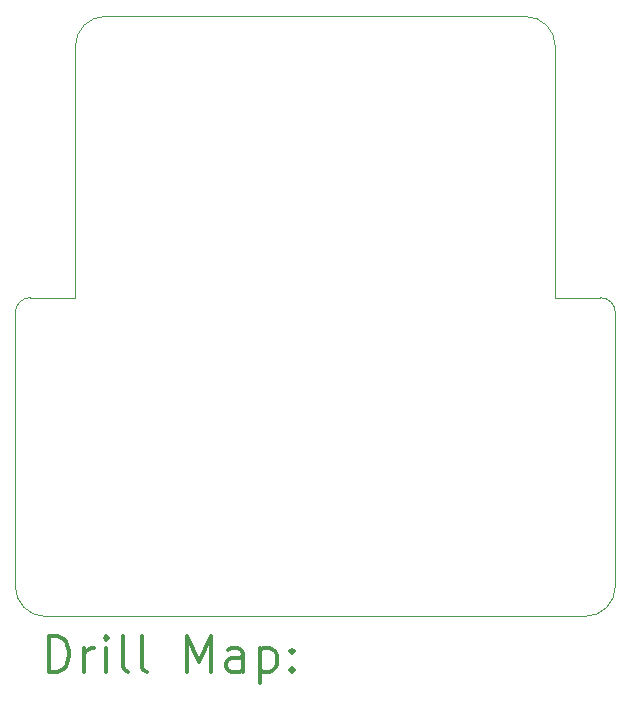
<source format=gbr>
%FSLAX45Y45*%
G04 Gerber Fmt 4.5, Leading zero omitted, Abs format (unit mm)*
G04 Created by KiCad (PCBNEW (5.1.9)-1) date 2021-04-18 01:51:20*
%MOMM*%
%LPD*%
G01*
G04 APERTURE LIST*
%TA.AperFunction,Profile*%
%ADD10C,0.050000*%
%TD*%
%ADD11C,0.200000*%
%ADD12C,0.300000*%
G04 APERTURE END LIST*
D10*
X12954000Y-7842250D02*
X12954000Y-10160000D01*
X8382000Y-7715250D02*
X8382000Y-5588000D01*
X12700000Y-10414000D02*
X8128000Y-10414000D01*
X12827000Y-7715250D02*
G75*
G02*
X12954000Y-7842250I0J-127000D01*
G01*
X8382000Y-5588000D02*
G75*
G02*
X8636000Y-5334000I254000J0D01*
G01*
X12446000Y-5588000D02*
X12446000Y-7715250D01*
X7874000Y-10160000D02*
X7874000Y-7842250D01*
X12192000Y-5334000D02*
G75*
G02*
X12446000Y-5588000I0J-254000D01*
G01*
X8001000Y-7715250D02*
X8382000Y-7715250D01*
X8128000Y-10414000D02*
G75*
G02*
X7874000Y-10160000I0J254000D01*
G01*
X12446000Y-7715250D02*
X12827000Y-7715250D01*
X7874000Y-7842250D02*
G75*
G02*
X8001000Y-7715250I127000J0D01*
G01*
X8636000Y-5334000D02*
X12192000Y-5334000D01*
X12954000Y-10160000D02*
G75*
G02*
X12700000Y-10414000I-254000J0D01*
G01*
D11*
D12*
X8157928Y-10882214D02*
X8157928Y-10582214D01*
X8229357Y-10582214D01*
X8272214Y-10596500D01*
X8300786Y-10625072D01*
X8315071Y-10653643D01*
X8329357Y-10710786D01*
X8329357Y-10753643D01*
X8315071Y-10810786D01*
X8300786Y-10839357D01*
X8272214Y-10867929D01*
X8229357Y-10882214D01*
X8157928Y-10882214D01*
X8457929Y-10882214D02*
X8457929Y-10682214D01*
X8457929Y-10739357D02*
X8472214Y-10710786D01*
X8486500Y-10696500D01*
X8515071Y-10682214D01*
X8543643Y-10682214D01*
X8643643Y-10882214D02*
X8643643Y-10682214D01*
X8643643Y-10582214D02*
X8629357Y-10596500D01*
X8643643Y-10610786D01*
X8657929Y-10596500D01*
X8643643Y-10582214D01*
X8643643Y-10610786D01*
X8829357Y-10882214D02*
X8800786Y-10867929D01*
X8786500Y-10839357D01*
X8786500Y-10582214D01*
X8986500Y-10882214D02*
X8957929Y-10867929D01*
X8943643Y-10839357D01*
X8943643Y-10582214D01*
X9329357Y-10882214D02*
X9329357Y-10582214D01*
X9429357Y-10796500D01*
X9529357Y-10582214D01*
X9529357Y-10882214D01*
X9800786Y-10882214D02*
X9800786Y-10725072D01*
X9786500Y-10696500D01*
X9757929Y-10682214D01*
X9700786Y-10682214D01*
X9672214Y-10696500D01*
X9800786Y-10867929D02*
X9772214Y-10882214D01*
X9700786Y-10882214D01*
X9672214Y-10867929D01*
X9657929Y-10839357D01*
X9657929Y-10810786D01*
X9672214Y-10782214D01*
X9700786Y-10767929D01*
X9772214Y-10767929D01*
X9800786Y-10753643D01*
X9943643Y-10682214D02*
X9943643Y-10982214D01*
X9943643Y-10696500D02*
X9972214Y-10682214D01*
X10029357Y-10682214D01*
X10057929Y-10696500D01*
X10072214Y-10710786D01*
X10086500Y-10739357D01*
X10086500Y-10825072D01*
X10072214Y-10853643D01*
X10057929Y-10867929D01*
X10029357Y-10882214D01*
X9972214Y-10882214D01*
X9943643Y-10867929D01*
X10215071Y-10853643D02*
X10229357Y-10867929D01*
X10215071Y-10882214D01*
X10200786Y-10867929D01*
X10215071Y-10853643D01*
X10215071Y-10882214D01*
X10215071Y-10696500D02*
X10229357Y-10710786D01*
X10215071Y-10725072D01*
X10200786Y-10710786D01*
X10215071Y-10696500D01*
X10215071Y-10725072D01*
M02*

</source>
